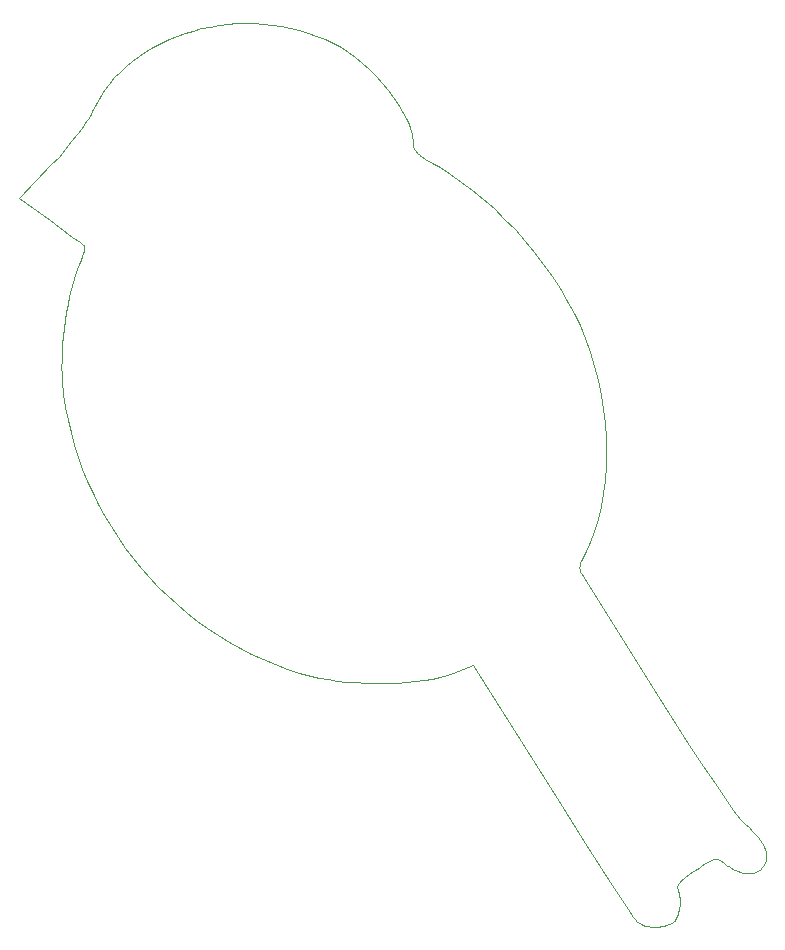
<source format=gbr>
%TF.GenerationSoftware,KiCad,Pcbnew,9.0.1*%
%TF.CreationDate,2025-05-03T21:28:02-04:00*%
%TF.ProjectId,project-2,70726f6a-6563-4742-9d32-2e6b69636164,rev?*%
%TF.SameCoordinates,Original*%
%TF.FileFunction,Profile,NP*%
%FSLAX46Y46*%
G04 Gerber Fmt 4.6, Leading zero omitted, Abs format (unit mm)*
G04 Created by KiCad (PCBNEW 9.0.1) date 2025-05-03 21:28:02*
%MOMM*%
%LPD*%
G01*
G04 APERTURE LIST*
%TA.AperFunction,Profile*%
%ADD10C,0.100000*%
%TD*%
G04 APERTURE END LIST*
D10*
X203000000Y-63000000D02*
X203760985Y-63045624D01*
X204521492Y-63126004D01*
X205279826Y-63241616D01*
X206034293Y-63392936D01*
X206783197Y-63580443D01*
X207524843Y-63804611D01*
X208257537Y-64065919D01*
X208979584Y-64364843D01*
X209689289Y-64701859D01*
X210309209Y-65045027D01*
X210926432Y-65442362D01*
X211535848Y-65887477D01*
X212132350Y-66373989D01*
X212710826Y-66895511D01*
X213266168Y-67445659D01*
X213793267Y-68018047D01*
X214287011Y-68606291D01*
X214742293Y-69204006D01*
X215154003Y-69804806D01*
X215517031Y-70402306D01*
X215826267Y-70990121D01*
X216076603Y-71561866D01*
X216178087Y-71839717D01*
X216262929Y-72111156D01*
X216330491Y-72375385D01*
X216380135Y-72631606D01*
X216411221Y-72879021D01*
X216423112Y-73116831D01*
X216424801Y-73180144D01*
X216428859Y-73241666D01*
X216435492Y-73301588D01*
X216444908Y-73360101D01*
X216457312Y-73417396D01*
X216472912Y-73473665D01*
X216491915Y-73529100D01*
X216514527Y-73583891D01*
X216540955Y-73638230D01*
X216571405Y-73692308D01*
X216606086Y-73746317D01*
X216645202Y-73800449D01*
X216688961Y-73854893D01*
X216737570Y-73909842D01*
X216791235Y-73965487D01*
X216850164Y-74022020D01*
X216914562Y-74079632D01*
X216984637Y-74138513D01*
X217060596Y-74198856D01*
X217142645Y-74260853D01*
X217230990Y-74324693D01*
X217325839Y-74390568D01*
X217535876Y-74529192D01*
X217774408Y-74678255D01*
X218043089Y-74839286D01*
X218343574Y-75013818D01*
X218677517Y-75203382D01*
X219601206Y-75760259D01*
X220528895Y-76391713D01*
X221455308Y-77091569D01*
X222375169Y-77853652D01*
X223283202Y-78671788D01*
X224174132Y-79539801D01*
X225042682Y-80451516D01*
X225883578Y-81400759D01*
X226691542Y-82381356D01*
X227461300Y-83387130D01*
X228187575Y-84411908D01*
X228865093Y-85449515D01*
X229488576Y-86493775D01*
X230052749Y-87538514D01*
X230552337Y-88577557D01*
X230982063Y-89604730D01*
X231406845Y-90790109D01*
X231774938Y-91992900D01*
X232086344Y-93208066D01*
X232341066Y-94430568D01*
X232539104Y-95655370D01*
X232680460Y-96877432D01*
X232765136Y-98091718D01*
X232793132Y-99293190D01*
X232764450Y-100476810D01*
X232679092Y-101637540D01*
X232537060Y-102770343D01*
X232338354Y-103870180D01*
X232082975Y-104932014D01*
X231770927Y-105950807D01*
X231402209Y-106921521D01*
X230976824Y-107839120D01*
X230879691Y-108032037D01*
X230794723Y-108207089D01*
X230721746Y-108366028D01*
X230660583Y-108510607D01*
X230611060Y-108642577D01*
X230573002Y-108763691D01*
X230546233Y-108875700D01*
X230530579Y-108980357D01*
X230526865Y-109030475D01*
X230525864Y-109079413D01*
X230527553Y-109127388D01*
X230531912Y-109174621D01*
X230548550Y-109267732D01*
X230575601Y-109360499D01*
X230612890Y-109454673D01*
X230660243Y-109552007D01*
X230717483Y-109654253D01*
X230784437Y-109763162D01*
X237193390Y-119976740D01*
X239828740Y-124119166D01*
X240964364Y-125855191D01*
X241969279Y-127354035D01*
X242836478Y-128605404D01*
X243558956Y-129599006D01*
X244129707Y-130324549D01*
X244541723Y-130771741D01*
X244859228Y-131072737D01*
X245145417Y-131361543D01*
X245400515Y-131638728D01*
X245624747Y-131904863D01*
X245818338Y-132160519D01*
X245981512Y-132406267D01*
X246114495Y-132642676D01*
X246169735Y-132757558D01*
X246217511Y-132870318D01*
X246257852Y-132981030D01*
X246290786Y-133089763D01*
X246316341Y-133196590D01*
X246334545Y-133301582D01*
X246345426Y-133404810D01*
X246349012Y-133506345D01*
X246345332Y-133606259D01*
X246334413Y-133704622D01*
X246316284Y-133801508D01*
X246290972Y-133896985D01*
X246258507Y-133991127D01*
X246218915Y-134084004D01*
X246172226Y-134175688D01*
X246118466Y-134266249D01*
X246057666Y-134355760D01*
X245989851Y-134444292D01*
X245927385Y-134516572D01*
X245861490Y-134583451D01*
X245792266Y-134644941D01*
X245719814Y-134701052D01*
X245644236Y-134751792D01*
X245565631Y-134797172D01*
X245484101Y-134837202D01*
X245399747Y-134871893D01*
X245312670Y-134901253D01*
X245222971Y-134925293D01*
X245130750Y-134944023D01*
X245036108Y-134957452D01*
X244939147Y-134965592D01*
X244839967Y-134968451D01*
X244738669Y-134966040D01*
X244635354Y-134958369D01*
X244530123Y-134945447D01*
X244423077Y-134927285D01*
X244314316Y-134903892D01*
X244203942Y-134875279D01*
X244092056Y-134841455D01*
X243978758Y-134802431D01*
X243864150Y-134758217D01*
X243748332Y-134708821D01*
X243631405Y-134654255D01*
X243513470Y-134594529D01*
X243394628Y-134529651D01*
X243274980Y-134459633D01*
X243154626Y-134384484D01*
X243033669Y-134304215D01*
X242912208Y-134218834D01*
X242790344Y-134128352D01*
X242654898Y-134025887D01*
X242533431Y-133937978D01*
X242476834Y-133899724D01*
X242422402Y-133865400D01*
X242369693Y-133835103D01*
X242318265Y-133808931D01*
X242267674Y-133786980D01*
X242217477Y-133769346D01*
X242167232Y-133756129D01*
X242116495Y-133747423D01*
X242064824Y-133743327D01*
X242011775Y-133743937D01*
X241956906Y-133749351D01*
X241899773Y-133759665D01*
X241839935Y-133774977D01*
X241776947Y-133795383D01*
X241710367Y-133820981D01*
X241639751Y-133851867D01*
X241564658Y-133888139D01*
X241484644Y-133929894D01*
X241399265Y-133977229D01*
X241308080Y-134030240D01*
X241106517Y-134153682D01*
X240876411Y-134300995D01*
X240614218Y-134472956D01*
X240316395Y-134670342D01*
X240090497Y-134822352D01*
X239884618Y-134965253D01*
X239698284Y-135099568D01*
X239531021Y-135225821D01*
X239382355Y-135344535D01*
X239251814Y-135456233D01*
X239138924Y-135561438D01*
X239043211Y-135660674D01*
X238964202Y-135754463D01*
X238901423Y-135843328D01*
X238854401Y-135927793D01*
X238822662Y-136008381D01*
X238812376Y-136047385D01*
X238805733Y-136085615D01*
X238802674Y-136123138D01*
X238803140Y-136160018D01*
X238807072Y-136196321D01*
X238814410Y-136232113D01*
X238839070Y-136302423D01*
X238903912Y-136470298D01*
X238954888Y-136651380D01*
X238992382Y-136843049D01*
X239016780Y-137042684D01*
X239028465Y-137247663D01*
X239027823Y-137455366D01*
X239015236Y-137663171D01*
X238991091Y-137868458D01*
X238955770Y-138068605D01*
X238909660Y-138260992D01*
X238853143Y-138442997D01*
X238786605Y-138611999D01*
X238710430Y-138765377D01*
X238625003Y-138900510D01*
X238578939Y-138960416D01*
X238530707Y-139014777D01*
X238480353Y-139063267D01*
X238427927Y-139105557D01*
X238350867Y-139157908D01*
X238268484Y-139206364D01*
X238181171Y-139250945D01*
X238089324Y-139291671D01*
X237893607Y-139361637D01*
X237684488Y-139416421D01*
X237465125Y-139456182D01*
X237238675Y-139481078D01*
X237008297Y-139491268D01*
X236777146Y-139486910D01*
X236548382Y-139468163D01*
X236325160Y-139435186D01*
X236110638Y-139388137D01*
X235907975Y-139327175D01*
X235720326Y-139252458D01*
X235633119Y-139209992D01*
X235550849Y-139164146D01*
X235473912Y-139114941D01*
X235402703Y-139062396D01*
X235337615Y-139006532D01*
X235279043Y-138947368D01*
X235279043Y-138947361D01*
X235051485Y-138634862D01*
X234595097Y-137954989D01*
X233105604Y-135663720D01*
X231030107Y-132414741D01*
X228588149Y-128549241D01*
X221958766Y-118019014D01*
X221516047Y-117331290D01*
X219839033Y-117989165D01*
X219311889Y-118170952D01*
X218716135Y-118331692D01*
X218060091Y-118471193D01*
X217352075Y-118589265D01*
X216600406Y-118685717D01*
X215813403Y-118760356D01*
X214999385Y-118812993D01*
X214166671Y-118843436D01*
X213323580Y-118851494D01*
X212478430Y-118836976D01*
X211639541Y-118799690D01*
X210815231Y-118739446D01*
X210013820Y-118656053D01*
X209243626Y-118549318D01*
X208512968Y-118419052D01*
X207830166Y-118265063D01*
X206777376Y-117975042D01*
X205740368Y-117642020D01*
X204720101Y-117267133D01*
X203717533Y-116851514D01*
X202733624Y-116396300D01*
X201769331Y-115902624D01*
X200825615Y-115371621D01*
X199903432Y-114804426D01*
X199003743Y-114202174D01*
X198127505Y-113565998D01*
X197275677Y-112897035D01*
X196449219Y-112196418D01*
X194876244Y-110704762D01*
X193416250Y-109100109D01*
X192076906Y-107391537D01*
X190865882Y-105588121D01*
X190310887Y-104653684D01*
X189790848Y-103698941D01*
X189306723Y-102725026D01*
X188859472Y-101733073D01*
X188450053Y-100724218D01*
X188079424Y-99699596D01*
X187748546Y-98660340D01*
X187458375Y-97607585D01*
X187209871Y-96542467D01*
X187003993Y-95466120D01*
X186841700Y-94379679D01*
X186723949Y-93284278D01*
X186687477Y-92716948D01*
X186672184Y-92113576D01*
X186677164Y-91480361D01*
X186701512Y-90823501D01*
X186744322Y-90149194D01*
X186804689Y-89463638D01*
X186881707Y-88773031D01*
X186974471Y-88083571D01*
X187082075Y-87401457D01*
X187203615Y-86732887D01*
X187338183Y-86084058D01*
X187484876Y-85461170D01*
X187642787Y-84870420D01*
X187811011Y-84318006D01*
X187988643Y-83810127D01*
X188174776Y-83352981D01*
X188237793Y-83206361D01*
X188296250Y-83062002D01*
X188349965Y-82920730D01*
X188398754Y-82783371D01*
X188442433Y-82650751D01*
X188480818Y-82523697D01*
X188513726Y-82403035D01*
X188540972Y-82289592D01*
X188562374Y-82184194D01*
X188577747Y-82087667D01*
X188586908Y-82000838D01*
X188589673Y-81924534D01*
X188585858Y-81859580D01*
X188575280Y-81806803D01*
X188557754Y-81767030D01*
X188546329Y-81752278D01*
X188533098Y-81741087D01*
X188223075Y-81523019D01*
X187581695Y-81063689D01*
X185679407Y-79690401D01*
X183099971Y-77821551D01*
X185825796Y-74927897D01*
X186420898Y-74280677D01*
X186986366Y-73635381D01*
X187513395Y-73003485D01*
X187993179Y-72396467D01*
X188416912Y-71825806D01*
X188775788Y-71302980D01*
X188928153Y-71063092D01*
X189061001Y-70839466D01*
X189173232Y-70633538D01*
X189263745Y-70446743D01*
X189567927Y-69824561D01*
X189910614Y-69226171D01*
X190290110Y-68652048D01*
X190704722Y-68102671D01*
X191152754Y-67578514D01*
X191632512Y-67080056D01*
X192142299Y-66607772D01*
X192680423Y-66162140D01*
X193245187Y-65743637D01*
X193834896Y-65352738D01*
X194447857Y-64989920D01*
X195082373Y-64655661D01*
X195736750Y-64350437D01*
X196409294Y-64074725D01*
X197098308Y-63829001D01*
X197802099Y-63613743D01*
X198518972Y-63429426D01*
X199247230Y-63276528D01*
X199985181Y-63155525D01*
X200731128Y-63066894D01*
X201483377Y-63011112D01*
X202240232Y-62988655D01*
X203000000Y-63000000D01*
M02*

</source>
